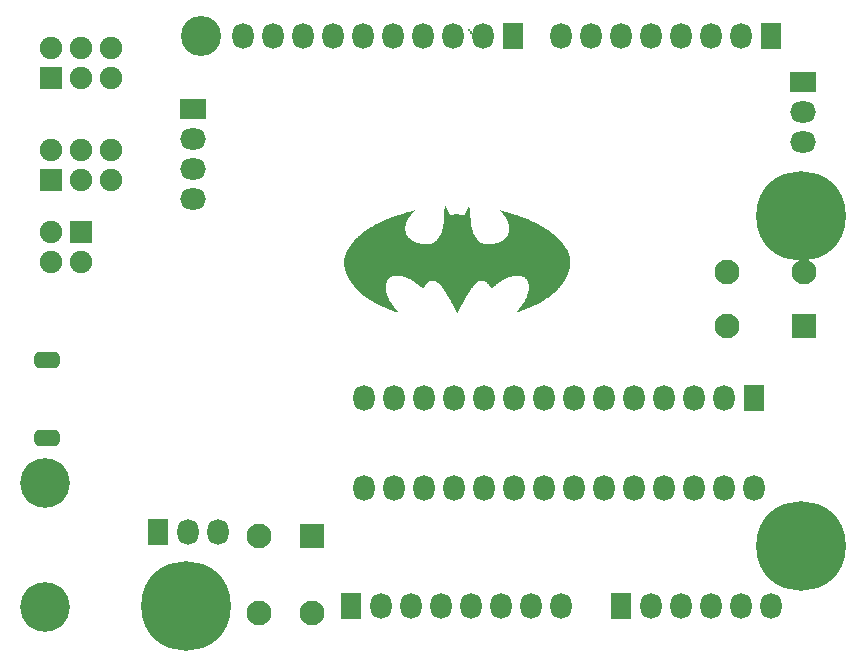
<source format=gbs>
G04 Layer_Color=16711935*
%FSLAX44Y44*%
%MOMM*%
G71*
G01*
G75*
%ADD48C,1.9000*%
%ADD49R,1.9000X1.9000*%
%ADD71R,2.1000X2.1000*%
%ADD77O,1.8000X2.2000*%
%ADD78R,1.8000X2.2000*%
%ADD79C,3.4000*%
%ADD80C,7.6000*%
%ADD81C,4.2000*%
G04:AMPARAMS|DCode=82|XSize=2.2mm|YSize=1.4mm|CornerRadius=0.46mm|HoleSize=0mm|Usage=FLASHONLY|Rotation=0.000|XOffset=0mm|YOffset=0mm|HoleType=Round|Shape=RoundedRectangle|*
%AMROUNDEDRECTD82*
21,1,2.2000,0.4800,0,0,0.0*
21,1,1.2800,1.4000,0,0,0.0*
1,1,0.9200,0.6400,-0.2400*
1,1,0.9200,-0.6400,-0.2400*
1,1,0.9200,-0.6400,0.2400*
1,1,0.9200,0.6400,0.2400*
%
%ADD82ROUNDEDRECTD82*%
%ADD83R,2.2000X1.8000*%
%ADD84O,2.2000X1.8000*%
%ADD85C,2.1000*%
%ADD86R,2.1000X2.1000*%
G36*
X359851Y363691D02*
X360200D01*
Y363341D01*
Y362992D01*
X360550D01*
Y362642D01*
Y362292D01*
X360900D01*
Y361942D01*
Y361592D01*
X361250D01*
Y361243D01*
Y360893D01*
X361600D01*
Y360543D01*
Y360193D01*
X361949D01*
Y359843D01*
Y359494D01*
X362299D01*
Y359144D01*
Y358794D01*
X362649D01*
Y358444D01*
Y358094D01*
Y357745D01*
X362999D01*
Y357395D01*
X363349D01*
Y357045D01*
X367196D01*
Y357395D01*
X371394D01*
Y357045D01*
X375941D01*
Y357395D01*
X376291D01*
Y357745D01*
X376641D01*
Y358094D01*
Y358444D01*
X376991D01*
Y358794D01*
Y359144D01*
X377341D01*
Y359494D01*
Y359843D01*
X377690D01*
Y360193D01*
Y360543D01*
Y360893D01*
X378040D01*
Y361243D01*
Y361592D01*
X378390D01*
Y361942D01*
Y362292D01*
X378740D01*
Y362642D01*
Y362992D01*
X379090D01*
Y363341D01*
Y363691D01*
X379789D01*
Y363341D01*
Y362992D01*
X380139D01*
Y362642D01*
Y362292D01*
Y361942D01*
Y361592D01*
Y361243D01*
X380489D01*
Y360893D01*
Y360543D01*
Y360193D01*
Y359843D01*
Y359494D01*
Y359144D01*
Y358794D01*
Y358444D01*
X380839D01*
Y358094D01*
Y357745D01*
Y357395D01*
Y357045D01*
Y356695D01*
Y356345D01*
Y355996D01*
Y355646D01*
Y355296D01*
Y354946D01*
Y354596D01*
Y354247D01*
X381188D01*
Y353897D01*
Y353547D01*
Y353197D01*
Y352848D01*
Y352498D01*
Y352148D01*
Y351798D01*
Y351448D01*
Y351098D01*
Y350749D01*
Y350399D01*
Y350049D01*
X381538D01*
Y349699D01*
Y349349D01*
Y349000D01*
Y348650D01*
Y348300D01*
Y347950D01*
Y347600D01*
Y347251D01*
Y346901D01*
X381888D01*
Y346551D01*
Y346201D01*
Y345852D01*
Y345502D01*
Y345152D01*
X382238D01*
Y344802D01*
Y344452D01*
Y344102D01*
Y343753D01*
X382588D01*
Y343403D01*
Y343053D01*
Y342703D01*
Y342353D01*
X382937D01*
Y342004D01*
Y341654D01*
X383287D01*
Y341304D01*
Y340954D01*
X383637D01*
Y340605D01*
Y340255D01*
X383987D01*
Y339905D01*
Y339555D01*
X384337D01*
Y339205D01*
Y338856D01*
X384686D01*
Y338506D01*
Y338156D01*
X385036D01*
Y337806D01*
X385386D01*
Y337456D01*
X385736D01*
Y337107D01*
Y336757D01*
X386086D01*
Y336407D01*
X386435D01*
Y336057D01*
Y335707D01*
X386785D01*
Y335357D01*
X387135D01*
Y335008D01*
X387485D01*
Y334658D01*
X387835D01*
Y334308D01*
X388184D01*
Y333958D01*
X388884D01*
Y333609D01*
X389234D01*
Y333259D01*
X389933D01*
Y332909D01*
X390283D01*
Y332559D01*
X391333D01*
Y332209D01*
X392732D01*
Y331860D01*
X399728D01*
Y332209D01*
X401477D01*
Y332559D01*
X402876D01*
Y332909D01*
X403925D01*
Y333259D01*
X404625D01*
Y333609D01*
X405674D01*
Y333958D01*
X406374D01*
Y334308D01*
X407074D01*
Y334658D01*
X407773D01*
Y335008D01*
X408123D01*
Y335357D01*
X408473D01*
Y335707D01*
X409172D01*
Y336057D01*
X409522D01*
Y336407D01*
X409872D01*
Y336757D01*
X410222D01*
Y337107D01*
X410572D01*
Y337456D01*
X410921D01*
Y337806D01*
X411271D01*
Y338156D01*
X411621D01*
Y338506D01*
X411971D01*
Y338856D01*
Y339205D01*
X412321D01*
Y339555D01*
X412670D01*
Y339905D01*
Y340255D01*
X413020D01*
Y340605D01*
Y340954D01*
Y341304D01*
X413370D01*
Y341654D01*
Y342004D01*
Y342353D01*
X413720D01*
Y342703D01*
Y343053D01*
Y343403D01*
Y343753D01*
Y344102D01*
Y344452D01*
Y344802D01*
Y345152D01*
Y345502D01*
Y345852D01*
Y346201D01*
Y346551D01*
Y346901D01*
Y347251D01*
Y347600D01*
X413370D01*
Y347950D01*
Y348300D01*
Y348650D01*
Y349000D01*
X413020D01*
Y349349D01*
Y349699D01*
Y350049D01*
X412670D01*
Y350399D01*
Y350749D01*
Y351098D01*
X412321D01*
Y351448D01*
Y351798D01*
X411971D01*
Y352148D01*
Y352498D01*
X411621D01*
Y352848D01*
X411271D01*
Y353197D01*
Y353547D01*
X410921D01*
Y353897D01*
Y354247D01*
X410572D01*
Y354596D01*
X410222D01*
Y354946D01*
Y355296D01*
X409872D01*
Y355646D01*
X409522D01*
Y355996D01*
Y356345D01*
X409172D01*
Y356695D01*
X408823D01*
Y357045D01*
X408473D01*
Y357395D01*
Y357745D01*
X408123D01*
Y358094D01*
X407773D01*
Y358444D01*
X407423D01*
Y358794D01*
X407074D01*
Y359144D01*
X406724D01*
Y359494D01*
X406374D01*
Y359843D01*
X406024D01*
Y360193D01*
X405674D01*
Y360543D01*
X406724D01*
Y360193D01*
X407773D01*
Y359843D01*
X409172D01*
Y359494D01*
X410222D01*
Y359144D01*
X411621D01*
Y358794D01*
X413020D01*
Y358444D01*
X414070D01*
Y358094D01*
X415119D01*
Y357745D01*
X416518D01*
Y357395D01*
X417567D01*
Y357045D01*
X418617D01*
Y356695D01*
X419666D01*
Y356345D01*
X421065D01*
Y355996D01*
X421765D01*
Y355646D01*
X422814D01*
Y355296D01*
X423864D01*
Y354946D01*
X424563D01*
Y354596D01*
X425613D01*
Y354247D01*
X426662D01*
Y353897D01*
X427712D01*
Y353547D01*
X428411D01*
Y353197D01*
X429111D01*
Y352848D01*
X430160D01*
Y352498D01*
X430860D01*
Y352148D01*
X431559D01*
Y351798D01*
X432609D01*
Y351448D01*
X433308D01*
Y351098D01*
X434008D01*
Y350749D01*
X434708D01*
Y350399D01*
X435407D01*
Y350049D01*
X436107D01*
Y349699D01*
X436806D01*
Y349349D01*
X437506D01*
Y349000D01*
X438206D01*
Y348650D01*
X438905D01*
Y348300D01*
X439605D01*
Y347950D01*
X439955D01*
Y347600D01*
X440654D01*
Y347251D01*
X441354D01*
Y346901D01*
X442053D01*
Y346551D01*
X442403D01*
Y346201D01*
X443103D01*
Y345852D01*
X443802D01*
Y345502D01*
X444152D01*
Y345152D01*
X444852D01*
Y344802D01*
X445202D01*
Y344452D01*
X445901D01*
Y344102D01*
X446251D01*
Y343753D01*
X446951D01*
Y343403D01*
X447300D01*
Y343053D01*
X447650D01*
Y342703D01*
X448350D01*
Y342353D01*
X448700D01*
Y342004D01*
X449399D01*
Y341654D01*
X449749D01*
Y341304D01*
X450099D01*
Y340954D01*
X450798D01*
Y340605D01*
X451148D01*
Y340255D01*
X451498D01*
Y339905D01*
X451848D01*
Y339555D01*
X452198D01*
Y339205D01*
X452897D01*
Y338856D01*
X453247D01*
Y338506D01*
X453597D01*
Y338156D01*
X453947D01*
Y337806D01*
X454296D01*
Y337456D01*
X454646D01*
Y337107D01*
X454996D01*
Y336757D01*
X455346D01*
Y336407D01*
X455696D01*
Y336057D01*
X456045D01*
Y335707D01*
X456395D01*
Y335357D01*
X456745D01*
Y335008D01*
X457095D01*
Y334658D01*
X457445D01*
Y334308D01*
Y333958D01*
X457794D01*
Y333609D01*
X458144D01*
Y333259D01*
X458494D01*
Y332909D01*
X458844D01*
Y332559D01*
X459194D01*
Y332209D01*
Y331860D01*
X459543D01*
Y331510D01*
X459893D01*
Y331160D01*
X460243D01*
Y330810D01*
Y330460D01*
X460593D01*
Y330111D01*
X460943D01*
Y329761D01*
Y329411D01*
X461292D01*
Y329061D01*
X461642D01*
Y328711D01*
Y328362D01*
X461992D01*
Y328012D01*
Y327662D01*
X462342D01*
Y327312D01*
Y326962D01*
X462692D01*
Y326613D01*
X463041D01*
Y326263D01*
Y325913D01*
X463391D01*
Y325563D01*
Y325213D01*
Y324864D01*
X463741D01*
Y324514D01*
Y324164D01*
X464091D01*
Y323814D01*
Y323464D01*
Y323115D01*
X464441D01*
Y322765D01*
Y322415D01*
Y322065D01*
X464790D01*
Y321715D01*
Y321366D01*
Y321016D01*
Y320666D01*
X465140D01*
Y320316D01*
Y319966D01*
Y319617D01*
Y319267D01*
Y318917D01*
Y318567D01*
X465490D01*
Y318217D01*
Y317868D01*
Y317518D01*
Y317168D01*
Y316818D01*
Y316468D01*
Y316119D01*
Y315769D01*
Y315419D01*
Y315069D01*
Y314719D01*
Y314370D01*
X465140D01*
Y314020D01*
Y313670D01*
Y313320D01*
Y312970D01*
Y312621D01*
Y312271D01*
Y311921D01*
X464790D01*
Y311571D01*
Y311221D01*
Y310872D01*
Y310522D01*
X464441D01*
Y310172D01*
Y309822D01*
Y309472D01*
Y309123D01*
X464091D01*
Y308773D01*
Y308423D01*
Y308073D01*
X463741D01*
Y307723D01*
Y307374D01*
Y307024D01*
X463391D01*
Y306674D01*
Y306324D01*
X463041D01*
Y305974D01*
Y305625D01*
X462692D01*
Y305275D01*
Y304925D01*
Y304575D01*
X462342D01*
Y304225D01*
Y303876D01*
X461992D01*
Y303526D01*
Y303176D01*
X461642D01*
Y302826D01*
X461292D01*
Y302476D01*
Y302127D01*
X460943D01*
Y301777D01*
Y301427D01*
X460593D01*
Y301077D01*
Y300727D01*
X460243D01*
Y300378D01*
X459893D01*
Y300028D01*
Y299678D01*
X459543D01*
Y299328D01*
X459194D01*
Y298978D01*
X458844D01*
Y298629D01*
Y298279D01*
X458494D01*
Y297929D01*
X458144D01*
Y297579D01*
Y297229D01*
X457794D01*
Y296880D01*
X457445D01*
Y296530D01*
X457095D01*
Y296180D01*
X456745D01*
Y295830D01*
Y295480D01*
X456395D01*
Y295131D01*
X456045D01*
Y294781D01*
X455696D01*
Y294431D01*
X455346D01*
Y294081D01*
X454996D01*
Y293731D01*
X454646D01*
Y293382D01*
X454296D01*
Y293032D01*
X453947D01*
Y292682D01*
X453597D01*
Y292332D01*
X453247D01*
Y291982D01*
X452897D01*
Y291632D01*
X452547D01*
Y291283D01*
X452198D01*
Y290933D01*
X451848D01*
Y290583D01*
X451498D01*
Y290233D01*
X451148D01*
Y289883D01*
X450449D01*
Y289534D01*
X450099D01*
Y289184D01*
X449749D01*
Y288834D01*
X449049D01*
Y288484D01*
X448700D01*
Y288135D01*
X448350D01*
Y287785D01*
X448000D01*
Y287435D01*
X447300D01*
Y287085D01*
X446951D01*
Y286735D01*
X446251D01*
Y286386D01*
X445901D01*
Y286036D01*
X445202D01*
Y285686D01*
X444852D01*
Y285336D01*
X444152D01*
Y284986D01*
X443802D01*
Y284637D01*
X443103D01*
Y284287D01*
X442753D01*
Y283937D01*
X442053D01*
Y283587D01*
X441354D01*
Y283237D01*
X441004D01*
Y282887D01*
X440304D01*
Y282538D01*
X439605D01*
Y282188D01*
X438905D01*
Y281838D01*
X438555D01*
Y281488D01*
X437856D01*
Y281139D01*
X437156D01*
Y280789D01*
X436457D01*
Y280439D01*
X435757D01*
Y280089D01*
X435057D01*
Y279739D01*
X434358D01*
Y279390D01*
X433308D01*
Y279040D01*
X432609D01*
Y278690D01*
X431909D01*
Y278340D01*
X430860D01*
Y277990D01*
X430160D01*
Y277641D01*
X429111D01*
Y277291D01*
X428411D01*
Y276941D01*
X427362D01*
Y276591D01*
X426662D01*
Y276241D01*
X425613D01*
Y275892D01*
X424563D01*
Y275542D01*
X423864D01*
Y275192D01*
X422814D01*
Y274842D01*
X421765D01*
Y274492D01*
X420716D01*
Y274143D01*
X419666D01*
Y273793D01*
X419316D01*
Y274143D01*
Y274492D01*
X419666D01*
Y274842D01*
X420016D01*
Y275192D01*
X420366D01*
Y275542D01*
X420716D01*
Y275892D01*
X421065D01*
Y276241D01*
X421415D01*
Y276591D01*
X421765D01*
Y276941D01*
Y277291D01*
X422115D01*
Y277641D01*
X422465D01*
Y277990D01*
X422814D01*
Y278340D01*
X423164D01*
Y278690D01*
X423514D01*
Y279040D01*
Y279390D01*
X423864D01*
Y279739D01*
X424214D01*
Y280089D01*
X424563D01*
Y280439D01*
Y280789D01*
X424913D01*
Y281139D01*
X425263D01*
Y281488D01*
X425613D01*
Y281838D01*
Y282188D01*
X425963D01*
Y282538D01*
Y282887D01*
X426312D01*
Y283237D01*
X426662D01*
Y283587D01*
Y283937D01*
X427012D01*
Y284287D01*
Y284637D01*
X427362D01*
Y284986D01*
Y285336D01*
X427712D01*
Y285686D01*
Y286036D01*
X428061D01*
Y286386D01*
Y286735D01*
X428411D01*
Y287085D01*
Y287435D01*
X428761D01*
Y287785D01*
Y288135D01*
Y288484D01*
X429111D01*
Y288834D01*
Y289184D01*
Y289534D01*
X429461D01*
Y289883D01*
Y290233D01*
Y290583D01*
X429810D01*
Y290933D01*
Y291283D01*
Y291632D01*
Y291982D01*
Y292332D01*
Y292682D01*
X430160D01*
Y293032D01*
Y293382D01*
Y293731D01*
Y294081D01*
Y294431D01*
Y294781D01*
Y295131D01*
Y295480D01*
Y295830D01*
Y296180D01*
Y296530D01*
Y296880D01*
Y297229D01*
Y297579D01*
Y297929D01*
X429810D01*
Y298279D01*
Y298629D01*
Y298978D01*
Y299328D01*
X429461D01*
Y299678D01*
Y300028D01*
Y300378D01*
X429111D01*
Y300727D01*
Y301077D01*
X428761D01*
Y301427D01*
X428411D01*
Y301777D01*
Y302127D01*
X428061D01*
Y302476D01*
X427712D01*
Y302826D01*
X427362D01*
Y303176D01*
X427012D01*
Y303526D01*
X426662D01*
Y303876D01*
X425963D01*
Y304225D01*
X425263D01*
Y304575D01*
X424563D01*
Y304925D01*
X423164D01*
Y305275D01*
X417218D01*
Y304925D01*
X416168D01*
Y304575D01*
X414769D01*
Y304225D01*
X413720D01*
Y303876D01*
X413020D01*
Y303526D01*
X411971D01*
Y303176D01*
X411271D01*
Y302826D01*
X410572D01*
Y302476D01*
X409872D01*
Y302127D01*
X409172D01*
Y301777D01*
X408473D01*
Y301427D01*
X407773D01*
Y301077D01*
X407423D01*
Y300727D01*
X406724D01*
Y300378D01*
X406374D01*
Y300028D01*
X405674D01*
Y299678D01*
X405325D01*
Y299328D01*
X404625D01*
Y298978D01*
X404275D01*
Y298629D01*
X403925D01*
Y298279D01*
X403576D01*
Y297929D01*
X402876D01*
Y297579D01*
X402526D01*
Y297229D01*
X402176D01*
Y296880D01*
X401477D01*
Y296530D01*
X401127D01*
Y296180D01*
X400777D01*
Y295830D01*
X400427D01*
Y295480D01*
X400078D01*
Y295131D01*
X399728D01*
Y294781D01*
X399028D01*
Y294431D01*
X398329D01*
Y294781D01*
X397979D01*
Y295131D01*
Y295480D01*
X397629D01*
Y295830D01*
X397279D01*
Y296180D01*
Y296530D01*
X396929D01*
Y296880D01*
X396580D01*
Y297229D01*
Y297579D01*
X396230D01*
Y297929D01*
X395880D01*
Y298279D01*
X395530D01*
Y298629D01*
X395180D01*
Y298978D01*
X394831D01*
Y299328D01*
X394481D01*
Y299678D01*
X394131D01*
Y300028D01*
X393431D01*
Y300378D01*
X392732D01*
Y300727D01*
X391682D01*
Y301077D01*
X389584D01*
Y300727D01*
X388534D01*
Y300378D01*
X387485D01*
Y300028D01*
X387135D01*
Y299678D01*
X386435D01*
Y299328D01*
X386086D01*
Y298978D01*
X385386D01*
Y298629D01*
X385036D01*
Y298279D01*
X384686D01*
Y297929D01*
X384337D01*
Y297579D01*
X383987D01*
Y297229D01*
Y296880D01*
X383637D01*
Y296530D01*
X383287D01*
Y296180D01*
X382937D01*
Y295830D01*
X382588D01*
Y295480D01*
Y295131D01*
X382238D01*
Y294781D01*
X381888D01*
Y294431D01*
X381538D01*
Y294081D01*
Y293731D01*
X381188D01*
Y293382D01*
X380839D01*
Y293032D01*
Y292682D01*
X380489D01*
Y292332D01*
X380139D01*
Y291982D01*
Y291632D01*
X379789D01*
Y291283D01*
X379439D01*
Y290933D01*
Y290583D01*
X379090D01*
Y290233D01*
Y289883D01*
X378740D01*
Y289534D01*
X378390D01*
Y289184D01*
Y288834D01*
X378040D01*
Y288484D01*
Y288135D01*
X377690D01*
Y287785D01*
X377341D01*
Y287435D01*
Y287085D01*
X376991D01*
Y286735D01*
Y286386D01*
X376641D01*
Y286036D01*
Y285686D01*
X376291D01*
Y285336D01*
X375941D01*
Y284986D01*
Y284637D01*
X375592D01*
Y284287D01*
Y283937D01*
X375242D01*
Y283587D01*
Y283237D01*
X374892D01*
Y282887D01*
Y282538D01*
X374542D01*
Y282188D01*
X374192D01*
Y281838D01*
Y281488D01*
X373843D01*
Y281139D01*
Y280789D01*
X373493D01*
Y280439D01*
Y280089D01*
X373143D01*
Y279739D01*
Y279390D01*
X372793D01*
Y279040D01*
Y278690D01*
X372443D01*
Y278340D01*
X372094D01*
Y277990D01*
Y277641D01*
X371744D01*
Y277291D01*
Y276941D01*
X371394D01*
Y276591D01*
Y276241D01*
X371044D01*
Y275892D01*
Y275542D01*
X370694D01*
Y275192D01*
Y274842D01*
X370345D01*
Y274492D01*
X369995D01*
Y274143D01*
Y273793D01*
X369295D01*
Y274143D01*
Y274492D01*
X368945D01*
Y274842D01*
Y275192D01*
X368596D01*
Y275542D01*
Y275892D01*
X368246D01*
Y276241D01*
X367896D01*
Y276591D01*
Y276941D01*
X367546D01*
Y277291D01*
Y277641D01*
X367196D01*
Y277990D01*
Y278340D01*
X366847D01*
Y278690D01*
Y279040D01*
X366497D01*
Y279390D01*
Y279739D01*
X366147D01*
Y280089D01*
Y280439D01*
X365797D01*
Y280789D01*
Y281139D01*
X365447D01*
Y281488D01*
Y281838D01*
X365098D01*
Y282188D01*
X364748D01*
Y282538D01*
Y282887D01*
X364398D01*
Y283237D01*
Y283587D01*
X364048D01*
Y283937D01*
Y284287D01*
X363699D01*
Y284637D01*
Y284986D01*
X363349D01*
Y285336D01*
Y285686D01*
X362999D01*
Y286036D01*
X362649D01*
Y286386D01*
Y286735D01*
X362299D01*
Y287085D01*
Y287435D01*
X361949D01*
Y287785D01*
X361600D01*
Y288135D01*
Y288484D01*
X361250D01*
Y288834D01*
Y289184D01*
X360900D01*
Y289534D01*
Y289883D01*
X360550D01*
Y290233D01*
X360200D01*
Y290583D01*
Y290933D01*
X359851D01*
Y291283D01*
X359501D01*
Y291632D01*
Y291982D01*
X359151D01*
Y292332D01*
X358801D01*
Y292682D01*
Y293032D01*
X358451D01*
Y293382D01*
X358102D01*
Y293731D01*
Y294081D01*
X357752D01*
Y294431D01*
X357402D01*
Y294781D01*
Y295131D01*
X357052D01*
Y295480D01*
X356702D01*
Y295830D01*
X356353D01*
Y296180D01*
X356003D01*
Y296530D01*
Y296880D01*
X355653D01*
Y297229D01*
X355303D01*
Y297579D01*
X354953D01*
Y297929D01*
X354604D01*
Y298279D01*
X354254D01*
Y298629D01*
X353904D01*
Y298978D01*
X353204D01*
Y299328D01*
X352855D01*
Y299678D01*
X352505D01*
Y300028D01*
X351805D01*
Y300378D01*
X351106D01*
Y300727D01*
X349706D01*
Y301077D01*
X346908D01*
Y300727D01*
X346558D01*
Y300378D01*
X345859D01*
Y300028D01*
X345509D01*
Y299678D01*
X344809D01*
Y299328D01*
X344459D01*
Y298978D01*
X344110D01*
Y298629D01*
X343760D01*
Y298279D01*
X343410D01*
Y297929D01*
Y297579D01*
X343060D01*
Y297229D01*
X342710D01*
Y296880D01*
X342361D01*
Y296530D01*
Y296180D01*
X342011D01*
Y295830D01*
X341661D01*
Y295480D01*
Y295131D01*
X341311D01*
Y294781D01*
Y294431D01*
X340961D01*
Y294081D01*
X340612D01*
Y294431D01*
X340262D01*
Y294781D01*
X339912D01*
Y295131D01*
X339562D01*
Y295480D01*
X338863D01*
Y295830D01*
X338513D01*
Y296180D01*
X338163D01*
Y296530D01*
X337813D01*
Y296880D01*
X337463D01*
Y297229D01*
X336764D01*
Y297579D01*
X336414D01*
Y297929D01*
X336064D01*
Y298279D01*
X335714D01*
Y298629D01*
X335015D01*
Y298978D01*
X334665D01*
Y299328D01*
X333965D01*
Y299678D01*
X333616D01*
Y300028D01*
X332916D01*
Y300378D01*
X332566D01*
Y300727D01*
X331867D01*
Y301077D01*
X331517D01*
Y301427D01*
X330817D01*
Y301777D01*
X330118D01*
Y302127D01*
X329768D01*
Y302476D01*
X329068D01*
Y302826D01*
X328369D01*
Y303176D01*
X327669D01*
Y303526D01*
X326620D01*
Y303876D01*
X325920D01*
Y304225D01*
X324871D01*
Y304575D01*
X323821D01*
Y304925D01*
X322422D01*
Y305275D01*
X315776D01*
Y304925D01*
X314727D01*
Y304575D01*
X314027D01*
Y304225D01*
X312978D01*
Y303876D01*
X312628D01*
Y303526D01*
X312278D01*
Y303176D01*
X311928D01*
Y302826D01*
X311578D01*
Y302476D01*
X311229D01*
Y302127D01*
X310879D01*
Y301777D01*
Y301427D01*
X310529D01*
Y301077D01*
Y300727D01*
X310179D01*
Y300378D01*
Y300028D01*
X309829D01*
Y299678D01*
Y299328D01*
X309480D01*
Y298978D01*
Y298629D01*
Y298279D01*
X309130D01*
Y297929D01*
Y297579D01*
Y297229D01*
Y296880D01*
Y296530D01*
Y296180D01*
Y295830D01*
Y295480D01*
Y295131D01*
Y294781D01*
Y294431D01*
Y294081D01*
Y293731D01*
Y293382D01*
Y293032D01*
X309480D01*
Y292682D01*
Y292332D01*
Y291982D01*
Y291632D01*
Y291283D01*
Y290933D01*
X309829D01*
Y290583D01*
Y290233D01*
Y289883D01*
X310179D01*
Y289534D01*
Y289184D01*
Y288834D01*
X310529D01*
Y288484D01*
Y288135D01*
Y287785D01*
X310879D01*
Y287435D01*
Y287085D01*
X311229D01*
Y286735D01*
Y286386D01*
Y286036D01*
X311578D01*
Y285686D01*
Y285336D01*
X311928D01*
Y284986D01*
Y284637D01*
X312278D01*
Y284287D01*
Y283937D01*
X312628D01*
Y283587D01*
X312978D01*
Y283237D01*
Y282887D01*
X313327D01*
Y282538D01*
Y282188D01*
X313677D01*
Y281838D01*
X314027D01*
Y281488D01*
Y281139D01*
X314377D01*
Y280789D01*
X314727D01*
Y280439D01*
X315076D01*
Y280089D01*
Y279739D01*
X315426D01*
Y279390D01*
X315776D01*
Y279040D01*
Y278690D01*
X316126D01*
Y278340D01*
X316476D01*
Y277990D01*
X316825D01*
Y277641D01*
X317175D01*
Y277291D01*
X317525D01*
Y276941D01*
Y276591D01*
X317875D01*
Y276241D01*
X318225D01*
Y275892D01*
X318574D01*
Y275542D01*
X318924D01*
Y275192D01*
X319274D01*
Y274842D01*
X319624D01*
Y274492D01*
X319974D01*
Y274143D01*
X320323D01*
Y273793D01*
X319974D01*
Y274143D01*
X318924D01*
Y274492D01*
X317525D01*
Y274842D01*
X316476D01*
Y275192D01*
X315776D01*
Y275542D01*
X314727D01*
Y275892D01*
X313677D01*
Y276241D01*
X312978D01*
Y276591D01*
X311928D01*
Y276941D01*
X311229D01*
Y277291D01*
X310179D01*
Y277641D01*
X309130D01*
Y277990D01*
X308430D01*
Y278340D01*
X307731D01*
Y278690D01*
X307031D01*
Y279040D01*
X305982D01*
Y279390D01*
X305282D01*
Y279739D01*
X304582D01*
Y280089D01*
X303883D01*
Y280439D01*
X303183D01*
Y280789D01*
X302484D01*
Y281139D01*
X301784D01*
Y281488D01*
X301084D01*
Y281838D01*
X300385D01*
Y282188D01*
X299685D01*
Y282538D01*
X298986D01*
Y282887D01*
X298636D01*
Y283237D01*
X297936D01*
Y283587D01*
X297237D01*
Y283937D01*
X296537D01*
Y284287D01*
X296187D01*
Y284637D01*
X295488D01*
Y284986D01*
X295138D01*
Y285336D01*
X294438D01*
Y285686D01*
X294088D01*
Y286036D01*
X293389D01*
Y286386D01*
X293039D01*
Y286735D01*
X292339D01*
Y287085D01*
X291990D01*
Y287435D01*
X291290D01*
Y287785D01*
X290940D01*
Y288135D01*
X290590D01*
Y288484D01*
X290241D01*
Y288834D01*
X289541D01*
Y289184D01*
X289191D01*
Y289534D01*
X288841D01*
Y289883D01*
X288492D01*
Y290233D01*
X288142D01*
Y290583D01*
X287442D01*
Y290933D01*
X287092D01*
Y291283D01*
X286743D01*
Y291632D01*
X286393D01*
Y291982D01*
X286043D01*
Y292332D01*
X285693D01*
Y292682D01*
X285343D01*
Y293032D01*
X284994D01*
Y293382D01*
X284644D01*
Y293731D01*
X284294D01*
Y294081D01*
X283944D01*
Y294431D01*
X283594D01*
Y294781D01*
Y295131D01*
X283245D01*
Y295480D01*
X282895D01*
Y295830D01*
X282545D01*
Y296180D01*
X282195D01*
Y296530D01*
X281845D01*
Y296880D01*
Y297229D01*
X281496D01*
Y297579D01*
X281146D01*
Y297929D01*
X280796D01*
Y298279D01*
Y298629D01*
X280446D01*
Y298978D01*
X280096D01*
Y299328D01*
X279747D01*
Y299678D01*
Y300028D01*
X279397D01*
Y300378D01*
X279047D01*
Y300727D01*
Y301077D01*
X278697D01*
Y301427D01*
Y301777D01*
X278347D01*
Y302127D01*
X277998D01*
Y302476D01*
Y302826D01*
X277648D01*
Y303176D01*
Y303526D01*
X277298D01*
Y303876D01*
Y304225D01*
X276948D01*
Y304575D01*
Y304925D01*
X276598D01*
Y305275D01*
Y305625D01*
X276249D01*
Y305974D01*
Y306324D01*
X275899D01*
Y306674D01*
Y307024D01*
Y307374D01*
X275549D01*
Y307723D01*
Y308073D01*
Y308423D01*
X275199D01*
Y308773D01*
Y309123D01*
Y309472D01*
X274849D01*
Y309822D01*
Y310172D01*
Y310522D01*
Y310872D01*
X274500D01*
Y311221D01*
Y311571D01*
Y311921D01*
Y312271D01*
Y312621D01*
X274150D01*
Y312970D01*
Y313320D01*
Y313670D01*
Y314020D01*
Y314370D01*
Y314719D01*
Y315069D01*
Y315419D01*
X273800D01*
Y315769D01*
Y316119D01*
X274150D01*
Y316468D01*
Y316818D01*
Y317168D01*
Y317518D01*
Y317868D01*
Y318217D01*
Y318567D01*
Y318917D01*
Y319267D01*
Y319617D01*
Y319966D01*
X274500D01*
Y320316D01*
Y320666D01*
Y321016D01*
Y321366D01*
Y321715D01*
X274849D01*
Y322065D01*
Y322415D01*
Y322765D01*
X275199D01*
Y323115D01*
Y323464D01*
Y323814D01*
X275549D01*
Y324164D01*
Y324514D01*
X275899D01*
Y324864D01*
Y325213D01*
Y325563D01*
X276249D01*
Y325913D01*
Y326263D01*
X276598D01*
Y326613D01*
Y326962D01*
X276948D01*
Y327312D01*
Y327662D01*
X277298D01*
Y328012D01*
X277648D01*
Y328362D01*
Y328711D01*
X277998D01*
Y329061D01*
Y329411D01*
X278347D01*
Y329761D01*
X278697D01*
Y330111D01*
Y330460D01*
X279047D01*
Y330810D01*
X279397D01*
Y331160D01*
Y331510D01*
X279747D01*
Y331860D01*
X280096D01*
Y332209D01*
X280446D01*
Y332559D01*
Y332909D01*
X280796D01*
Y333259D01*
X281146D01*
Y333609D01*
X281496D01*
Y333958D01*
X281845D01*
Y334308D01*
X282195D01*
Y334658D01*
X282545D01*
Y335008D01*
Y335357D01*
X282895D01*
Y335707D01*
X283245D01*
Y336057D01*
X283594D01*
Y336407D01*
X283944D01*
Y336757D01*
X284294D01*
Y337107D01*
X284994D01*
Y337456D01*
X285343D01*
Y337806D01*
X285693D01*
Y338156D01*
X286043D01*
Y338506D01*
X286393D01*
Y338856D01*
X286743D01*
Y339205D01*
X287092D01*
Y339555D01*
X287442D01*
Y339905D01*
X288142D01*
Y340255D01*
X288492D01*
Y340605D01*
X288841D01*
Y340954D01*
X289191D01*
Y341304D01*
X289541D01*
Y341654D01*
X290241D01*
Y342004D01*
X290590D01*
Y342353D01*
X290940D01*
Y342703D01*
X291640D01*
Y343053D01*
X291990D01*
Y343403D01*
X292689D01*
Y343753D01*
X293039D01*
Y344102D01*
X293389D01*
Y344452D01*
X294088D01*
Y344802D01*
X294788D01*
Y345152D01*
X295138D01*
Y345502D01*
X295837D01*
Y345852D01*
X296187D01*
Y346201D01*
X296887D01*
Y346551D01*
X297586D01*
Y346901D01*
X297936D01*
Y347251D01*
X298636D01*
Y347600D01*
X299335D01*
Y347950D01*
X300035D01*
Y348300D01*
X300385D01*
Y348650D01*
X301084D01*
Y349000D01*
X301784D01*
Y349349D01*
X302484D01*
Y349699D01*
X303183D01*
Y350049D01*
X303883D01*
Y350399D01*
X304582D01*
Y350749D01*
X305282D01*
Y351098D01*
X305982D01*
Y351448D01*
X307031D01*
Y351798D01*
X307731D01*
Y352148D01*
X308430D01*
Y352498D01*
X309480D01*
Y352848D01*
X310179D01*
Y353197D01*
X311229D01*
Y353547D01*
X311928D01*
Y353897D01*
X312628D01*
Y354247D01*
X313677D01*
Y354596D01*
X314727D01*
Y354946D01*
X315776D01*
Y355296D01*
X316476D01*
Y355646D01*
X317525D01*
Y355996D01*
X318574D01*
Y356345D01*
X319624D01*
Y356695D01*
X320673D01*
Y357045D01*
X321722D01*
Y357395D01*
X323122D01*
Y357745D01*
X324171D01*
Y358094D01*
X325220D01*
Y358444D01*
X326620D01*
Y358794D01*
X327669D01*
Y359144D01*
X329068D01*
Y359494D01*
X330118D01*
Y359843D01*
X331517D01*
Y360193D01*
X332916D01*
Y360543D01*
X333616D01*
Y360193D01*
X333266D01*
Y359843D01*
X332916D01*
Y359494D01*
X332566D01*
Y359144D01*
X332216D01*
Y358794D01*
X331867D01*
Y358444D01*
Y358094D01*
X331517D01*
Y357745D01*
X331167D01*
Y357395D01*
X330817D01*
Y357045D01*
X330467D01*
Y356695D01*
Y356345D01*
X330118D01*
Y355996D01*
X329768D01*
Y355646D01*
X329418D01*
Y355296D01*
Y354946D01*
X329068D01*
Y354596D01*
X328718D01*
Y354247D01*
Y353897D01*
X328369D01*
Y353547D01*
X328019D01*
Y353197D01*
Y352848D01*
X327669D01*
Y352498D01*
Y352148D01*
X327319D01*
Y351798D01*
Y351448D01*
X326969D01*
Y351098D01*
Y350749D01*
X326620D01*
Y350399D01*
Y350049D01*
X326270D01*
Y349699D01*
Y349349D01*
Y349000D01*
X325920D01*
Y348650D01*
Y348300D01*
Y347950D01*
Y347600D01*
X325570D01*
Y347251D01*
Y346901D01*
Y346551D01*
Y346201D01*
Y345852D01*
Y345502D01*
Y345152D01*
Y344802D01*
Y344452D01*
Y344102D01*
Y343753D01*
Y343403D01*
Y343053D01*
Y342703D01*
X325920D01*
Y342353D01*
Y342004D01*
Y341654D01*
X326270D01*
Y341304D01*
Y340954D01*
Y340605D01*
X326620D01*
Y340255D01*
Y339905D01*
X326969D01*
Y339555D01*
Y339205D01*
X327319D01*
Y338856D01*
X327669D01*
Y338506D01*
Y338156D01*
X328019D01*
Y337806D01*
X328369D01*
Y337456D01*
X328718D01*
Y337107D01*
X329068D01*
Y336757D01*
X329418D01*
Y336407D01*
X329768D01*
Y336057D01*
X330118D01*
Y335707D01*
X330817D01*
Y335357D01*
X331167D01*
Y335008D01*
X331867D01*
Y334658D01*
X332566D01*
Y334308D01*
X333266D01*
Y333958D01*
X333616D01*
Y333609D01*
X334665D01*
Y333259D01*
X335714D01*
Y332909D01*
X336414D01*
Y332559D01*
X338163D01*
Y332209D01*
X339912D01*
Y331860D01*
X346558D01*
Y332209D01*
X347957D01*
Y332559D01*
X349007D01*
Y332909D01*
X349706D01*
Y333259D01*
X350056D01*
Y333609D01*
X350756D01*
Y333958D01*
X351106D01*
Y334308D01*
X351455D01*
Y334658D01*
X351805D01*
Y335008D01*
X352155D01*
Y335357D01*
X352505D01*
Y335707D01*
X352855D01*
Y336057D01*
X353204D01*
Y336407D01*
X353554D01*
Y336757D01*
Y337107D01*
X353904D01*
Y337456D01*
X354254D01*
Y337806D01*
Y338156D01*
X354604D01*
Y338506D01*
Y338856D01*
X354953D01*
Y339205D01*
X355303D01*
Y339555D01*
Y339905D01*
X355653D01*
Y340255D01*
Y340605D01*
X356003D01*
Y340954D01*
Y341304D01*
X356353D01*
Y341654D01*
Y342004D01*
Y342353D01*
X356702D01*
Y342703D01*
Y343053D01*
X357052D01*
Y343403D01*
Y343753D01*
Y344102D01*
Y344452D01*
X357402D01*
Y344802D01*
Y345152D01*
Y345502D01*
Y345852D01*
Y346201D01*
X357752D01*
Y346551D01*
Y346901D01*
Y347251D01*
Y347600D01*
Y347950D01*
Y348300D01*
Y348650D01*
Y349000D01*
Y349349D01*
X358102D01*
Y349699D01*
Y350049D01*
Y350399D01*
Y350749D01*
Y351098D01*
Y351448D01*
Y351798D01*
Y352148D01*
Y352498D01*
Y352848D01*
Y353197D01*
X358451D01*
Y353547D01*
Y353897D01*
Y354247D01*
Y354596D01*
Y354946D01*
Y355296D01*
Y355646D01*
Y355996D01*
Y356345D01*
Y356695D01*
Y357045D01*
Y357395D01*
X358801D01*
Y357745D01*
Y358094D01*
Y358444D01*
Y358794D01*
Y359144D01*
Y359494D01*
Y359843D01*
Y360193D01*
Y360543D01*
Y360893D01*
Y361243D01*
Y361592D01*
X359151D01*
Y361942D01*
Y362292D01*
Y362642D01*
Y362992D01*
Y363341D01*
Y363691D01*
X359501D01*
Y364041D01*
X359851D01*
Y363691D01*
D02*
G37*
G36*
X380432Y512328D02*
X382464D01*
Y510296D01*
X380432D01*
Y512328D01*
X378400D01*
Y514360D01*
X380432D01*
Y512328D01*
D02*
G37*
D48*
X76200Y497840D02*
D03*
X50800D02*
D03*
X25400D02*
D03*
X76200Y472440D02*
D03*
X50800D02*
D03*
X76200Y411480D02*
D03*
X50800D02*
D03*
X25400D02*
D03*
X76200Y386080D02*
D03*
X50800D02*
D03*
X25400Y342000D02*
D03*
X50800Y316600D02*
D03*
X25400D02*
D03*
D49*
Y472440D02*
D03*
Y386080D02*
D03*
X50800Y342000D02*
D03*
D71*
X246500Y84750D02*
D03*
D77*
X290450Y125730D02*
D03*
X315850D02*
D03*
X341250D02*
D03*
X366650D02*
D03*
X392050D02*
D03*
X417450D02*
D03*
X442850D02*
D03*
X468250D02*
D03*
X493650D02*
D03*
X519050D02*
D03*
X544450D02*
D03*
X569850D02*
D03*
X595250D02*
D03*
X620650D02*
D03*
X290450Y201930D02*
D03*
X315850D02*
D03*
X341250D02*
D03*
X366650D02*
D03*
X392050D02*
D03*
X417450D02*
D03*
X442850D02*
D03*
X468250D02*
D03*
X493650D02*
D03*
X519050D02*
D03*
X544450D02*
D03*
X569850D02*
D03*
X595250D02*
D03*
X304800Y25400D02*
D03*
X330200D02*
D03*
X355600D02*
D03*
X381000D02*
D03*
X406400D02*
D03*
X431800D02*
D03*
X457200D02*
D03*
X533400D02*
D03*
X558800D02*
D03*
X584200D02*
D03*
X609600D02*
D03*
X635000D02*
D03*
X609600Y508000D02*
D03*
X584200D02*
D03*
X558800D02*
D03*
X533400D02*
D03*
X508000D02*
D03*
X482600D02*
D03*
X457200D02*
D03*
X187960D02*
D03*
X213360D02*
D03*
X238760D02*
D03*
X264160D02*
D03*
X289560D02*
D03*
X314960D02*
D03*
X340360D02*
D03*
X365760D02*
D03*
X391160D02*
D03*
X141600Y88000D02*
D03*
X167000D02*
D03*
D78*
X620650Y201930D02*
D03*
X279400Y25400D02*
D03*
X508000D02*
D03*
X635000Y508000D02*
D03*
X416560D02*
D03*
X116200Y88000D02*
D03*
D79*
X152400Y508000D02*
D03*
D80*
X660400Y355600D02*
D03*
Y76200D02*
D03*
X139700Y25400D02*
D03*
D81*
X21000Y130000D02*
D03*
Y25000D02*
D03*
D82*
X21995Y234000D02*
D03*
Y168000D02*
D03*
D83*
X662000Y469000D02*
D03*
X146000Y446000D02*
D03*
D84*
X662000Y443600D02*
D03*
Y418200D02*
D03*
X146000Y420600D02*
D03*
Y395200D02*
D03*
Y369800D02*
D03*
D85*
X663000Y308000D02*
D03*
X598000D02*
D03*
Y263000D02*
D03*
X246500Y19750D02*
D03*
X201500D02*
D03*
Y84750D02*
D03*
D86*
X663000Y263000D02*
D03*
M02*

</source>
